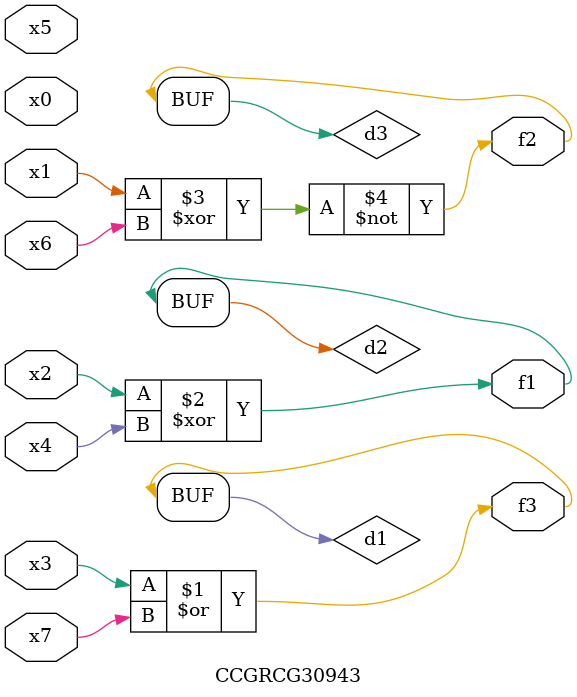
<source format=v>
module CCGRCG30943(
	input x0, x1, x2, x3, x4, x5, x6, x7,
	output f1, f2, f3
);

	wire d1, d2, d3;

	or (d1, x3, x7);
	xor (d2, x2, x4);
	xnor (d3, x1, x6);
	assign f1 = d2;
	assign f2 = d3;
	assign f3 = d1;
endmodule

</source>
